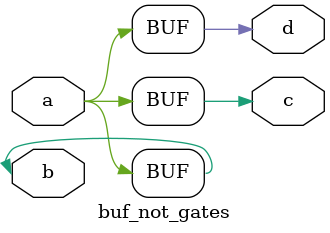
<source format=v>
module buf_not_gates(input a,b, output c,d);
buf(c, a, b);
not(d, a, b);
endmodule
</source>
